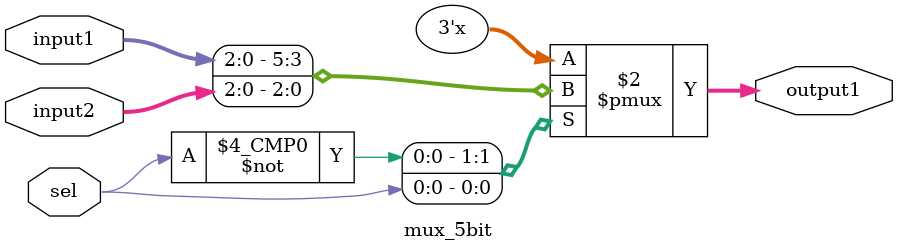
<source format=v>
`timescale 1ns / 1ps
module mux_5bit(input1,input2,sel,output1);
parameter REG_WIDTH  = 3;
    input [REG_WIDTH - 1:0] input1;
	 input [REG_WIDTH - 1:0] input2;
	 input sel;
    output reg [REG_WIDTH - 1:0] output1;
always @(*)
    begin 
      case(sel)      
          1'b0:  output1 =input1;
          1'b1:  output1 =input2;
			default: output1 = 0;			 
      endcase
    end

endmodule

</source>
